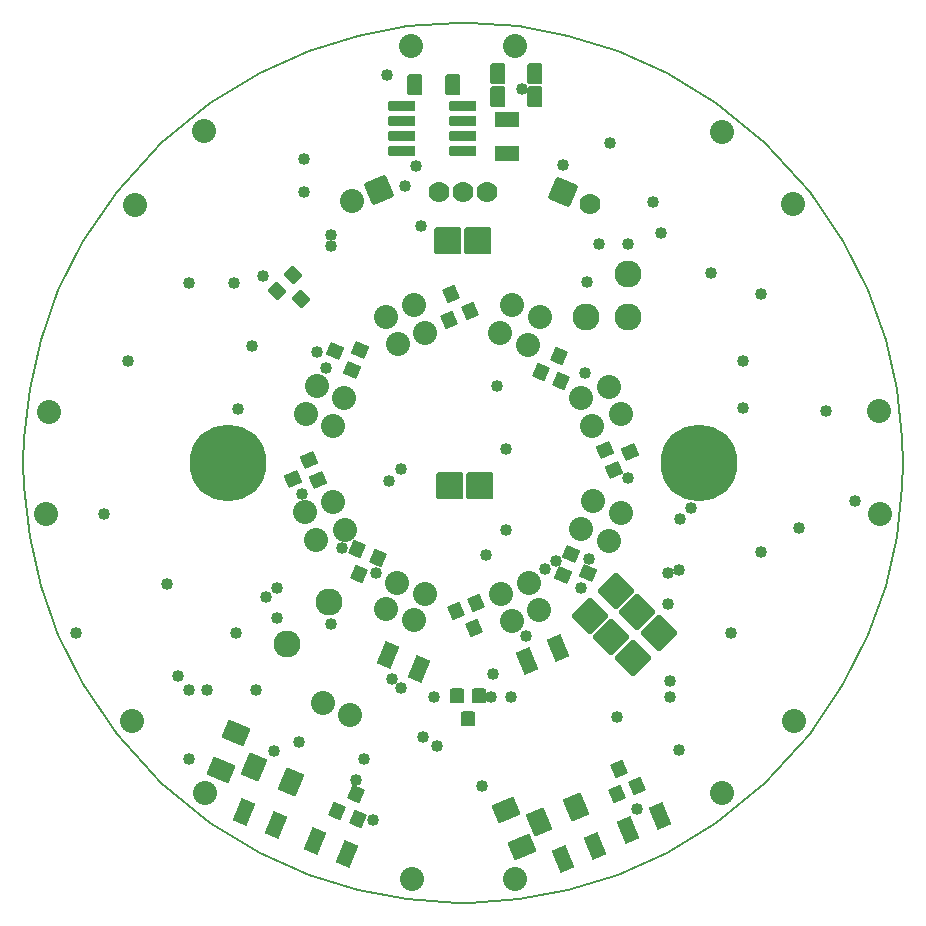
<source format=gbr>
G04 PROTEUS RS274X GERBER FILE*
%FSLAX45Y45*%
%MOMM*%
G01*
%ADD44C,1.016000*%
%ADD20C,2.032000*%
%AMPPAD039*
4,1,36,
0.756770,0.167660,
0.416560,-0.653670,
0.404290,-0.676690,
0.388380,-0.696090,
0.369440,-0.711630,
0.348090,-0.723040,
0.324920,-0.730060,
0.300550,-0.732470,
0.275590,-0.730000,
0.250630,-0.722400,
-0.688030,-0.333590,
-0.711060,-0.321320,
-0.730460,-0.305410,
-0.745990,-0.286480,
-0.757400,-0.265130,
-0.764430,-0.241960,
-0.766840,-0.217590,
-0.764370,-0.192620,
-0.756770,-0.167660,
-0.416560,0.653670,
-0.404290,0.676690,
-0.388380,0.696090,
-0.369440,0.711630,
-0.348090,0.723040,
-0.324920,0.730060,
-0.300550,0.732470,
-0.275590,0.730000,
-0.250630,0.722400,
0.688030,0.333590,
0.711060,0.321320,
0.730460,0.305410,
0.745990,0.286480,
0.757400,0.265130,
0.764430,0.241960,
0.766840,0.217590,
0.764370,0.192620,
0.756770,0.167660,
0*%
%ADD45PPAD039*%
%AMPPAD040*
4,1,36,
0.653670,-0.416560,
-0.167660,-0.756770,
-0.192620,-0.764370,
-0.217590,-0.766840,
-0.241960,-0.764430,
-0.265130,-0.757400,
-0.286480,-0.745990,
-0.305410,-0.730460,
-0.321320,-0.711060,
-0.333590,-0.688030,
-0.722400,0.250630,
-0.730000,0.275590,
-0.732470,0.300550,
-0.730060,0.324920,
-0.723040,0.348090,
-0.711630,0.369440,
-0.696090,0.388380,
-0.676690,0.404290,
-0.653670,0.416560,
0.167660,0.756770,
0.192620,0.764370,
0.217590,0.766840,
0.241960,0.764430,
0.265130,0.757400,
0.286480,0.745990,
0.305410,0.730460,
0.321320,0.711060,
0.333590,0.688030,
0.722400,-0.250630,
0.730000,-0.275590,
0.732470,-0.300550,
0.730060,-0.324920,
0.723040,-0.348090,
0.711630,-0.369440,
0.696090,-0.388380,
0.676690,-0.404290,
0.653670,-0.416560,
0*%
%ADD46PPAD040*%
%AMPPAD041*
4,1,36,
0.167660,-0.756770,
-0.653670,-0.416560,
-0.676690,-0.404290,
-0.696090,-0.388380,
-0.711630,-0.369440,
-0.723040,-0.348090,
-0.730060,-0.324920,
-0.732470,-0.300550,
-0.730000,-0.275590,
-0.722400,-0.250630,
-0.333590,0.688030,
-0.321320,0.711060,
-0.305410,0.730460,
-0.286480,0.745990,
-0.265130,0.757400,
-0.241960,0.764430,
-0.217590,0.766840,
-0.192620,0.764370,
-0.167660,0.756770,
0.653670,0.416560,
0.676690,0.404290,
0.696090,0.388380,
0.711630,0.369440,
0.723040,0.348090,
0.730060,0.324920,
0.732470,0.300550,
0.730000,0.275590,
0.722400,0.250630,
0.333590,-0.688030,
0.321320,-0.711060,
0.305410,-0.730460,
0.286480,-0.745990,
0.265130,-0.757400,
0.241960,-0.764430,
0.217590,-0.766840,
0.192620,-0.764370,
0.167660,-0.756770,
0*%
%ADD47PPAD041*%
%AMPPAD042*
4,1,36,
-0.416560,-0.653670,
-0.756770,0.167660,
-0.764370,0.192620,
-0.766840,0.217590,
-0.764430,0.241960,
-0.757400,0.265130,
-0.745990,0.286480,
-0.730460,0.305410,
-0.711060,0.321320,
-0.688030,0.333590,
0.250630,0.722400,
0.275590,0.730000,
0.300550,0.732470,
0.324920,0.730060,
0.348090,0.723040,
0.369440,0.711630,
0.388380,0.696090,
0.404290,0.676690,
0.416560,0.653670,
0.756770,-0.167660,
0.764370,-0.192620,
0.766840,-0.217590,
0.764430,-0.241960,
0.757400,-0.265130,
0.745990,-0.286480,
0.730460,-0.305410,
0.711060,-0.321320,
0.688030,-0.333590,
-0.250630,-0.722400,
-0.275590,-0.730000,
-0.300550,-0.732470,
-0.324920,-0.730060,
-0.348090,-0.723040,
-0.369440,-0.711630,
-0.388380,-0.696090,
-0.404290,-0.676690,
-0.416560,-0.653670,
0*%
%ADD48PPAD042*%
%AMPPAD007*
4,1,4,
-0.197860,1.181670,
0.975470,0.695660,
0.197860,-1.181670,
-0.975470,-0.695660,
-0.197860,1.181670,
0*%
%ADD17PPAD007*%
%AMPPAD008*
4,1,4,
-0.975470,0.695660,
0.197860,1.181670,
0.975470,-0.695660,
-0.197860,-1.181670,
-0.975470,0.695660,
0*%
%ADD18PPAD008*%
%ADD12C,1.778000*%
%AMPPAD043*
4,1,36,
-1.016000,1.143000,
1.016000,1.143000,
1.041970,1.140470,
1.065980,1.133200,
1.087580,1.121650,
1.106290,1.106290,
1.121650,1.087570,
1.133200,1.065980,
1.140470,1.041970,
1.143000,1.016000,
1.143000,-1.016000,
1.140470,-1.041970,
1.133200,-1.065980,
1.121650,-1.087570,
1.106290,-1.106290,
1.087580,-1.121650,
1.065980,-1.133200,
1.041970,-1.140470,
1.016000,-1.143000,
-1.016000,-1.143000,
-1.041970,-1.140470,
-1.065980,-1.133200,
-1.087580,-1.121650,
-1.106290,-1.106290,
-1.121650,-1.087570,
-1.133200,-1.065980,
-1.140470,-1.041970,
-1.143000,-1.016000,
-1.143000,1.016000,
-1.140470,1.041970,
-1.133200,1.065980,
-1.121650,1.087570,
-1.106290,1.106290,
-1.087580,1.121650,
-1.065980,1.133200,
-1.041970,1.140470,
-1.016000,1.143000,
0*%
%ADD49PPAD043*%
%AMPPAD044*
4,1,36,
0.089800,1.526640,
1.526640,0.089800,
1.543220,0.069650,
1.555060,0.047530,
1.562160,0.024090,
1.564530,0.000000,
1.562150,-0.024100,
1.555060,-0.047530,
1.543220,-0.069650,
1.526640,-0.089800,
0.089800,-1.526640,
0.069650,-1.543220,
0.047530,-1.555060,
0.024100,-1.562150,
0.000000,-1.564530,
-0.024090,-1.562160,
-0.047530,-1.555060,
-0.069650,-1.543220,
-0.089800,-1.526640,
-1.526640,-0.089800,
-1.543220,-0.069650,
-1.555060,-0.047530,
-1.562160,-0.024090,
-1.564530,0.000000,
-1.562150,0.024100,
-1.555060,0.047530,
-1.543220,0.069650,
-1.526640,0.089800,
-0.089800,1.526640,
-0.069650,1.543220,
-0.047530,1.555060,
-0.024100,1.562150,
0.000000,1.564530,
0.024090,1.562160,
0.047530,1.555060,
0.069650,1.543220,
0.089800,1.526640,
0*%
%ADD50PPAD044*%
%ADD51C,2.286000*%
%AMPPAD046*
4,1,36,
-0.763320,0.134700,
-0.134700,0.763320,
-0.114550,0.779900,
-0.092430,0.791730,
-0.068990,0.798840,
-0.044900,0.801210,
-0.020800,0.798830,
0.002630,0.791730,
0.024750,0.779900,
0.044900,0.763320,
0.763320,0.044900,
0.779900,0.024750,
0.791730,0.002630,
0.798830,-0.020800,
0.801210,-0.044900,
0.798840,-0.068990,
0.791730,-0.092430,
0.779900,-0.114550,
0.763320,-0.134700,
0.134700,-0.763320,
0.114550,-0.779900,
0.092430,-0.791730,
0.068990,-0.798840,
0.044900,-0.801210,
0.020800,-0.798830,
-0.002630,-0.791730,
-0.024750,-0.779900,
-0.044900,-0.763320,
-0.763320,-0.044900,
-0.779900,-0.024750,
-0.791730,-0.002630,
-0.798830,0.020800,
-0.801210,0.044900,
-0.798840,0.068990,
-0.791730,0.092430,
-0.779900,0.114550,
-0.763320,0.134700,
0*%
%ADD52PPAD046*%
%AMPPAD047*
4,1,36,
-1.143000,-0.317500,
-1.143000,0.317500,
-1.140470,0.343470,
-1.133200,0.367480,
-1.121650,0.389080,
-1.106290,0.407790,
-1.087570,0.423150,
-1.065980,0.434700,
-1.041970,0.441970,
-1.016000,0.444500,
1.016000,0.444500,
1.041970,0.441970,
1.065980,0.434700,
1.087570,0.423150,
1.106290,0.407790,
1.121650,0.389080,
1.133200,0.367480,
1.140470,0.343470,
1.143000,0.317500,
1.143000,-0.317500,
1.140470,-0.343470,
1.133200,-0.367480,
1.121650,-0.389080,
1.106290,-0.407790,
1.087570,-0.423150,
1.065980,-0.434700,
1.041970,-0.441970,
1.016000,-0.444500,
-1.016000,-0.444500,
-1.041970,-0.441970,
-1.065980,-0.434700,
-1.087570,-0.423150,
-1.106290,-0.407790,
-1.121650,-0.389080,
-1.133200,-0.367480,
-1.140470,-0.343470,
-1.143000,-0.317500,
0*%
%ADD53PPAD047*%
%AMPPAD048*
4,1,4,
-1.016000,-0.635000,
-1.016000,0.635000,
1.016000,0.635000,
1.016000,-0.635000,
-1.016000,-0.635000,
0*%
%ADD54PPAD048*%
%AMPPAD049*
4,1,36,
-0.444500,0.635000,
0.444500,0.635000,
0.470470,0.632470,
0.494480,0.625200,
0.516080,0.613650,
0.534790,0.598290,
0.550150,0.579570,
0.561700,0.557980,
0.568970,0.533970,
0.571500,0.508000,
0.571500,-0.508000,
0.568970,-0.533970,
0.561700,-0.557980,
0.550150,-0.579570,
0.534790,-0.598290,
0.516080,-0.613650,
0.494480,-0.625200,
0.470470,-0.632470,
0.444500,-0.635000,
-0.444500,-0.635000,
-0.470470,-0.632470,
-0.494480,-0.625200,
-0.516080,-0.613650,
-0.534790,-0.598290,
-0.550150,-0.579570,
-0.561700,-0.557980,
-0.568970,-0.533970,
-0.571500,-0.508000,
-0.571500,0.508000,
-0.568970,0.533970,
-0.561700,0.557980,
-0.550150,0.579570,
-0.534790,0.598290,
-0.516080,0.613650,
-0.494480,0.625200,
-0.470470,0.632470,
-0.444500,0.635000,
0*%
%ADD55PPAD049*%
%AMPPAD050*
4,1,48,
-1.092800,-0.647060,
0.315190,-1.230270,
0.340070,-1.239190,
0.365100,-1.245470,
0.390140,-1.249190,
0.439640,-1.249200,
0.487330,-1.239700,
0.532010,-1.221190,
0.572440,-1.194190,
0.607440,-1.159180,
0.622520,-1.138850,
0.635770,-1.116700,
0.647060,-1.092800,
1.230270,0.315190,
1.239190,0.340070,
1.245470,0.365100,
1.249190,0.390140,
1.249190,0.439640,
1.239700,0.487320,
1.221200,0.532000,
1.194190,0.572450,
1.159180,0.607440,
1.138850,0.622520,
1.116700,0.635770,
1.092800,0.647060,
-0.315190,1.230270,
-0.340070,1.239190,
-0.365100,1.245470,
-0.390140,1.249190,
-0.439640,1.249200,
-0.487330,1.239700,
-0.532010,1.221190,
-0.572440,1.194190,
-0.607440,1.159180,
-0.622520,1.138850,
-0.635770,1.116700,
-0.647060,1.092800,
-1.230270,-0.315190,
-1.239190,-0.340070,
-1.245470,-0.365100,
-1.249190,-0.390140,
-1.249190,-0.439640,
-1.239700,-0.487320,
-1.221200,-0.532000,
-1.194190,-0.572450,
-1.159180,-0.607440,
-1.138850,-0.622520,
-1.116700,-0.635770,
-1.092800,-0.647060,
0*%
%ADD56PPAD050*%
%AMPPAD051*
4,1,48,
0.315190,1.230270,
-1.092800,0.647060,
-1.116700,0.635770,
-1.138850,0.622520,
-1.159180,0.607440,
-1.194190,0.572450,
-1.221200,0.532000,
-1.239700,0.487320,
-1.249190,0.439640,
-1.249190,0.390140,
-1.245470,0.365100,
-1.239190,0.340070,
-1.230270,0.315190,
-0.647060,-1.092800,
-0.635770,-1.116700,
-0.622520,-1.138850,
-0.607440,-1.159180,
-0.572440,-1.194190,
-0.532010,-1.221190,
-0.487330,-1.239700,
-0.439640,-1.249200,
-0.390140,-1.249190,
-0.365100,-1.245470,
-0.340070,-1.239190,
-0.315190,-1.230270,
1.092800,-0.647060,
1.116700,-0.635770,
1.138850,-0.622520,
1.159180,-0.607440,
1.194190,-0.572450,
1.221200,-0.532000,
1.239700,-0.487320,
1.249190,-0.439640,
1.249190,-0.390140,
1.245470,-0.365100,
1.239190,-0.340070,
1.230270,-0.315190,
0.647060,1.092800,
0.635770,1.116700,
0.622520,1.138850,
0.607440,1.159180,
0.572440,1.194190,
0.532010,1.221190,
0.487330,1.239700,
0.439640,1.249200,
0.390140,1.249190,
0.365100,1.245470,
0.340070,1.239190,
0.315190,1.230270,
0*%
%ADD57PPAD051*%
%AMPPAD052*
4,1,36,
-0.508000,0.889000,
0.508000,0.889000,
0.533970,0.886470,
0.557980,0.879200,
0.579580,0.867650,
0.598290,0.852290,
0.613650,0.833570,
0.625200,0.811980,
0.632470,0.787970,
0.635000,0.762000,
0.635000,-0.762000,
0.632470,-0.787970,
0.625200,-0.811980,
0.613650,-0.833570,
0.598290,-0.852290,
0.579580,-0.867650,
0.557980,-0.879200,
0.533970,-0.886470,
0.508000,-0.889000,
-0.508000,-0.889000,
-0.533970,-0.886470,
-0.557980,-0.879200,
-0.579580,-0.867650,
-0.598290,-0.852290,
-0.613650,-0.833570,
-0.625200,-0.811980,
-0.632470,-0.787970,
-0.635000,-0.762000,
-0.635000,0.762000,
-0.632470,0.787970,
-0.625200,0.811980,
-0.613650,0.833570,
-0.598290,0.852290,
-0.579580,0.867650,
-0.557980,0.879200,
-0.533970,0.886470,
-0.508000,0.889000,
0*%
%ADD58PPAD052*%
%AMPPAD053*
4,1,36,
1.034140,-0.671360,
-0.256520,-1.205970,
-0.281480,-1.213570,
-0.306450,-1.216040,
-0.330830,-1.213630,
-0.353990,-1.206600,
-0.375340,-1.195190,
-0.394280,-1.179660,
-0.410180,-1.160260,
-0.422460,-1.137230,
-1.102870,0.505420,
-1.110470,0.530390,
-1.112940,0.555350,
-1.110530,0.579720,
-1.103500,0.602890,
-1.092100,0.624240,
-1.076560,0.643180,
-1.057160,0.659080,
-1.034140,0.671360,
0.256520,1.205970,
0.281480,1.213570,
0.306450,1.216040,
0.330830,1.213630,
0.353990,1.206600,
0.375340,1.195190,
0.394280,1.179660,
0.410180,1.160260,
0.422460,1.137230,
1.102870,-0.505420,
1.110470,-0.530390,
1.112940,-0.555350,
1.110530,-0.579720,
1.103500,-0.602890,
1.092100,-0.624240,
1.076560,-0.643180,
1.057160,-0.659080,
1.034140,-0.671360,
0*%
%ADD59PPAD053*%
%AMPPAD054*
4,1,36,
0.256520,-1.205970,
-1.034140,-0.671360,
-1.057160,-0.659080,
-1.076560,-0.643180,
-1.092100,-0.624240,
-1.103500,-0.602890,
-1.110530,-0.579720,
-1.112940,-0.555350,
-1.110470,-0.530390,
-1.102870,-0.505420,
-0.422460,1.137230,
-0.410180,1.160260,
-0.394280,1.179660,
-0.375340,1.195190,
-0.353990,1.206600,
-0.330830,1.213630,
-0.306450,1.216040,
-0.281480,1.213570,
-0.256520,1.205970,
1.034140,0.671360,
1.057160,0.659080,
1.076560,0.643180,
1.092100,0.624240,
1.103500,0.602890,
1.110530,0.579720,
1.112940,0.555350,
1.110470,0.530390,
1.102870,0.505420,
0.422460,-1.137230,
0.410180,-1.160260,
0.394280,-1.179660,
0.375340,-1.195190,
0.353990,-1.206600,
0.330830,-1.213630,
0.306450,-1.216040,
0.281480,-1.213570,
0.256520,-1.205970,
0*%
%ADD60PPAD054*%
%AMPPAD055*
4,1,36,
-0.671360,-1.034140,
-1.205970,0.256520,
-1.213570,0.281480,
-1.216040,0.306450,
-1.213630,0.330830,
-1.206600,0.353990,
-1.195190,0.375340,
-1.179660,0.394280,
-1.160260,0.410180,
-1.137230,0.422460,
0.505420,1.102870,
0.530390,1.110470,
0.555350,1.112940,
0.579720,1.110530,
0.602890,1.103500,
0.624240,1.092100,
0.643180,1.076560,
0.659080,1.057160,
0.671360,1.034140,
1.205970,-0.256520,
1.213570,-0.281480,
1.216040,-0.306450,
1.213630,-0.330830,
1.206600,-0.353990,
1.195190,-0.375340,
1.179660,-0.394280,
1.160260,-0.410180,
1.137230,-0.422460,
-0.505420,-1.102870,
-0.530390,-1.110470,
-0.555350,-1.112940,
-0.579720,-1.110530,
-0.602890,-1.103500,
-0.624240,-1.092100,
-0.643180,-1.076560,
-0.659080,-1.057160,
-0.671360,-1.034140,
0*%
%ADD61PPAD055*%
%AMPPAD056*
4,1,36,
-1.205970,-0.256520,
-0.671360,1.034140,
-0.659080,1.057160,
-0.643180,1.076560,
-0.624240,1.092100,
-0.602890,1.103500,
-0.579720,1.110530,
-0.555350,1.112940,
-0.530390,1.110470,
-0.505420,1.102870,
1.137230,0.422460,
1.160260,0.410180,
1.179660,0.394280,
1.195190,0.375340,
1.206600,0.353990,
1.213630,0.330830,
1.216040,0.306450,
1.213570,0.281480,
1.205970,0.256520,
0.671360,-1.034140,
0.659080,-1.057160,
0.643180,-1.076560,
0.624240,-1.092100,
0.602890,-1.103500,
0.579720,-1.110530,
0.555350,-1.112940,
0.530390,-1.110470,
0.505420,-1.102870,
-1.137230,-0.422460,
-1.160260,-0.410180,
-1.179660,-0.394280,
-1.195190,-0.375340,
-1.206600,-0.353990,
-1.213630,-0.330830,
-1.216040,-0.306450,
-1.213570,-0.281480,
-1.205970,-0.256520,
0*%
%ADD62PPAD056*%
%ADD63C,6.508000*%
%ADD31C,0.203200*%
D44*
X+533400Y-1463040D03*
X+3078480Y+441960D03*
X-3032760Y-426720D03*
X+853440Y+2529840D03*
X+1249680Y+2712720D03*
X+1158240Y+1859280D03*
X+1402080Y+1859280D03*
X+1478280Y-2926080D03*
X+2377440Y+868680D03*
X-838200Y-2499360D03*
X-1341120Y+2575560D03*
X-899160Y-2682240D03*
X+502920Y+3169920D03*
X+1310640Y-2148840D03*
X+289560Y+655320D03*
X+792480Y-822960D03*
X-350520Y+2011680D03*
X-1112520Y+1935480D03*
X+1737360Y-1188720D03*
X+2270760Y-1432560D03*
X-2316480Y+1524000D03*
X-1386840Y-2362200D03*
X-213360Y-2392680D03*
X-2407920Y-1798320D03*
X-243840Y-1981200D03*
X+1402080Y-121920D03*
X-1600200Y-2438400D03*
X-1234440Y+944880D03*
X-1905000Y+457200D03*
X-640080Y+3291840D03*
X+198120Y-777240D03*
X-1569720Y-1310640D03*
X-1569720Y-1051560D03*
X+243840Y-1981200D03*
X+167640Y-2727960D03*
X-594360Y-1828800D03*
X+1036320Y+767080D03*
X+2849880Y-548640D03*
X+259080Y-1783080D03*
X+1828800Y-2423160D03*
X-335280Y-2316480D03*
X-1752600Y-1920240D03*
X-1691640Y+1584960D03*
X-1112520Y-1356360D03*
X-518160Y-1905000D03*
X-2834640Y+868680D03*
X-487680Y+2346960D03*
X+411480Y-1981200D03*
X+1066800Y-807720D03*
X+365760Y+121920D03*
X+3322320Y-320040D03*
X-762000Y-3017520D03*
X-2316480Y-2499360D03*
X-3276600Y-1432560D03*
X-2499360Y-1021080D03*
X-1783080Y+990600D03*
X+701040Y-891540D03*
X+365760Y-563880D03*
X-1021080Y-716280D03*
X-1356360Y-259080D03*
X+1005840Y-1051560D03*
X+1752600Y-1981200D03*
X+1935480Y-381000D03*
X+1752600Y-1844040D03*
X-731520Y-929640D03*
X-624840Y-152400D03*
X+1828800Y-899160D03*
X+1844040Y-472440D03*
X+1676400Y+1950720D03*
X-518160Y-45720D03*
X-2316480Y-1920240D03*
X-2164080Y-1920240D03*
X+1615440Y+2209800D03*
X+2529840Y-746760D03*
X-1920240Y-1432560D03*
X+2377440Y+472440D03*
X+2103120Y+1615440D03*
X-1341120Y+2301240D03*
X-396240Y+2514600D03*
X-1935480Y+1524000D03*
X-1661160Y-1127760D03*
X-1158240Y+807720D03*
X-1112520Y+1844040D03*
X+1737360Y-929640D03*
X+1051560Y+1539240D03*
X+2530000Y+1430000D03*
D20*
X-1330000Y+420000D03*
X-1232798Y+654665D03*
X-1100000Y+320000D03*
X-1002798Y+554665D03*
D45*
X-1080000Y+950000D03*
X-939966Y+790273D03*
X-868036Y+963925D03*
D20*
X-650000Y+1240000D03*
X-415335Y+1337202D03*
X-550000Y+1010000D03*
X-315335Y+1107202D03*
X+420000Y+1340000D03*
X+654665Y+1242798D03*
X+320000Y+1100000D03*
X+554665Y+1002798D03*
X+1240000Y+650000D03*
X+1337202Y+415335D03*
X+1000000Y+550000D03*
X+1097202Y+315335D03*
X+1340000Y-420000D03*
X+1242798Y-654665D03*
X+1100000Y-320000D03*
X+1002798Y-554665D03*
X+650000Y-1240000D03*
X+415335Y-1337202D03*
X+560000Y-1010000D03*
X+325335Y-1107202D03*
X-410000Y-1330000D03*
X-644665Y-1232798D03*
X-320000Y-1110000D03*
X-554665Y-1012798D03*
X-1240000Y-650000D03*
X-1337202Y-415335D03*
X-1000000Y-560000D03*
X-1097202Y-325335D03*
D46*
X-100000Y+1430000D03*
X-113925Y+1218036D03*
X+59727Y+1289966D03*
D47*
X+820000Y+910000D03*
X+660273Y+769966D03*
X+833925Y+698036D03*
D48*
X+1420000Y+100000D03*
X+1208036Y+113925D03*
X+1279966Y-59727D03*
D45*
X+1060000Y-930000D03*
X+919966Y-770273D03*
X+848036Y-943925D03*
D46*
X+100000Y-1390000D03*
X+113925Y-1178036D03*
X-59727Y-1249966D03*
D47*
X-879727Y-940034D03*
X-720000Y-800000D03*
X-893652Y-728070D03*
D48*
X-1440000Y-130000D03*
X-1228036Y-143925D03*
X-1299966Y+29727D03*
D17*
X-633525Y-1626222D03*
X-365600Y-1737200D03*
D18*
X+542075Y-1670978D03*
X+810000Y-1560000D03*
D12*
X+203200Y+2300000D03*
X+0Y+2300000D03*
X-203200Y+2300000D03*
D20*
X-3501235Y+435864D03*
X-2774137Y+2191235D03*
X-2190000Y+2810001D03*
X-434628Y+3537099D03*
X+440000Y+3530000D03*
X+2195371Y+2802902D03*
X+2800001Y+2200000D03*
X+3527099Y+444628D03*
X+3529999Y-430001D03*
X+2802901Y-2185372D03*
X+2200000Y-2790000D03*
X+444628Y-3517098D03*
X-430000Y-3520000D03*
X-2185371Y-2792902D03*
X-2800001Y-2180000D03*
X-3527099Y-424628D03*
D49*
X-124000Y+1880000D03*
X+130000Y+1880000D03*
D50*
X+1300000Y-1080000D03*
X+1479605Y-1259605D03*
X+1659210Y-1439210D03*
D20*
X-1184666Y-2032798D03*
X-950000Y-2130000D03*
D51*
X+1040790Y+1240000D03*
X+1400000Y+1599210D03*
X+1400000Y+1240000D03*
D52*
X-1370000Y+1390000D03*
X-1438250Y+1591158D03*
X-1571158Y+1458250D03*
D51*
X-1130000Y-1170000D03*
X-1489210Y-1529210D03*
D53*
X-513750Y+3028199D03*
X-513749Y+2901200D03*
X-513750Y+2774200D03*
X-513750Y+2647200D03*
X+6950Y+2647200D03*
X+6950Y+2774200D03*
X+6951Y+2901200D03*
X+6951Y+3028200D03*
D54*
X+372000Y+2615300D03*
X+372000Y+2905300D03*
D50*
X+1080000Y-1290000D03*
X+1259605Y-1469605D03*
X+1439210Y-1649210D03*
D49*
X-104700Y-193100D03*
X+149300Y-193100D03*
D55*
X+43600Y-2164200D03*
X+137580Y-1973700D03*
X-50380Y-1973700D03*
D56*
X+849030Y+2295670D03*
D12*
X+1080000Y+2200000D03*
D57*
X-704515Y+2317835D03*
D20*
X-935485Y+2222165D03*
D58*
X-400000Y+3200000D03*
X-85040Y+3200000D03*
X+300000Y+3100000D03*
X+614960Y+3100000D03*
X+300000Y+3300000D03*
X+614960Y+3300000D03*
D18*
X+850000Y-3350000D03*
X+1117925Y-3239022D03*
X+1400000Y-3100000D03*
X+1667925Y-2989022D03*
D17*
X-1850000Y-2950000D03*
X-1582075Y-3060978D03*
X-1250000Y-3200000D03*
X-982075Y-3310978D03*
D59*
X+960000Y-2910000D03*
X+645881Y-3040112D03*
D60*
X-1450000Y-2700000D03*
X-1764119Y-2569888D03*
D61*
X+500000Y-3250000D03*
X+369888Y-2935881D03*
D62*
X-2050000Y-2600000D03*
X-1919888Y-2285881D03*
D46*
X+1320000Y-2590000D03*
X+1306075Y-2801964D03*
X+1479727Y-2730034D03*
D47*
X-900000Y-2800000D03*
X-1059727Y-2940034D03*
X-886075Y-3011964D03*
D63*
X-1990000Y+0D03*
X+2000000Y+0D03*
D31*
X+3730000Y+5000D02*
X+3724161Y+213494D01*
X+3677111Y+630483D01*
X+3581154Y+1047472D01*
X+3432185Y+1464461D01*
X+3222850Y+1881450D01*
X+2940262Y+2298439D01*
X+2562518Y+2713270D01*
X+2145529Y+3053567D01*
X+1728540Y+3307277D01*
X+1311551Y+3493345D01*
X+894562Y+3622223D01*
X+477573Y+3699902D01*
X+60584Y+3729585D01*
X+5000Y+3730000D01*
X-3720000Y+5000D02*
X-3714161Y+213494D01*
X-3667111Y+630483D01*
X-3571154Y+1047472D01*
X-3422185Y+1464461D01*
X-3212850Y+1881450D01*
X-2930262Y+2298439D01*
X-2552518Y+2713270D01*
X-2135529Y+3053567D01*
X-1718540Y+3307277D01*
X-1301551Y+3493345D01*
X-884562Y+3622223D01*
X-467573Y+3699902D01*
X-50584Y+3729585D01*
X+5000Y+3730000D01*
X-3720000Y+5000D02*
X-3714161Y-203494D01*
X-3667111Y-620483D01*
X-3571154Y-1037472D01*
X-3422185Y-1454461D01*
X-3212850Y-1871450D01*
X-2930262Y-2288439D01*
X-2552518Y-2703270D01*
X-2135529Y-3043567D01*
X-1718540Y-3297277D01*
X-1301551Y-3483345D01*
X-884562Y-3612223D01*
X-467573Y-3689902D01*
X-50584Y-3719585D01*
X+5000Y-3720000D01*
X+3730000Y+5000D02*
X+3724161Y-203494D01*
X+3677111Y-620483D01*
X+3581154Y-1037472D01*
X+3432185Y-1454461D01*
X+3222850Y-1871450D01*
X+2940262Y-2288439D01*
X+2562518Y-2703270D01*
X+2145529Y-3043567D01*
X+1728540Y-3297277D01*
X+1311551Y-3483345D01*
X+894562Y-3612223D01*
X+477573Y-3689902D01*
X+60584Y-3719585D01*
X+5000Y-3720000D01*
M02*

</source>
